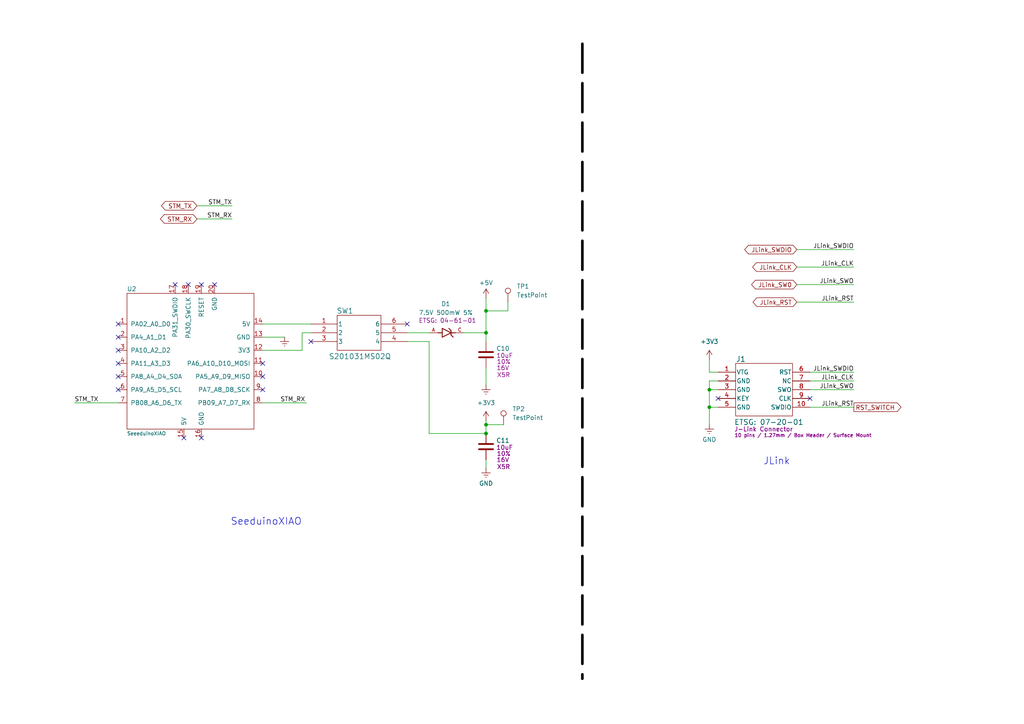
<source format=kicad_sch>
(kicad_sch (version 20250114) (generator "eeschema") (generator_version "9.0")
  (paper "A4")
  (lib_symbols
    (symbol "Connector:TestPoint" (pin_numbers (hide yes)) (pin_names (offset 0.762) (hide yes))
      (property "Reference" "TP" (at 0 6.858 0))
      (property "Value" "TestPoint" (at 0 5.08 0))
      (symbol "TestPoint_0_1"
        (circle (center 0 3.302) (radius 0.762))
      )
      (symbol "TestPoint_1_1"
        (pin passive line (at 0 0 90) (length 2.54) (name "1") (number "1"))
      )
    )
    (symbol "Device:C" (pin_numbers (hide yes)) (pin_names (offset 0.254))
      (property "Reference" "C" (at 0.635 2.54 0))
      (property "Value" "C" (at 0.635 -2.54 0))
      (symbol "C_0_1"
        (polyline (pts (xy -2.032 0.762) (xy 2.032 0.762)) (stroke (width 0.508)))
        (polyline (pts (xy -2.032 -0.762) (xy 2.032 -0.762)) (stroke (width 0.508)))
      )
      (symbol "C_1_1"
        (pin passive line (at 0 3.81 270) (length 2.794) (name "~") (number "1"))
        (pin passive line (at 0 -3.81 90) (length 2.794) (name "~") (number "2"))
      )
    )
    (symbol "Earr_loggy_sym_lib:3220-10-0100-00" (pin_names (offset 0.254))
      (property "Reference" "J6" (at 16.764 -1.27 0))
      (property "Value" "ETSG: 07-20-01" (at 24.892 -19.558 0))
      (symbol "3220-10-0100-00_1_1"
        (rectangle (start 15.24 -2.54) (end 31.75 -17.78))
        (pin unspecified line (at 10.16 -5.08 0) (length 5.08) (name "VTG") (number "1"))
        (pin unspecified line (at 10.16 -7.62 0) (length 5.08) (name "GND") (number "2"))
        (pin unspecified line (at 10.16 -10.16 0) (length 5.08) (name "GND") (number "3"))
        (pin unspecified line (at 10.16 -12.7 0) (length 5.08) (name "KEY") (number "4"))
        (pin unspecified line (at 10.16 -15.24 0) (length 5.08) (name "GND") (number "5"))
        (pin unspecified line (at 36.83 -5.08 180) (length 5.08) (name "RST") (number "6"))
        (pin unspecified line (at 36.83 -7.62 180) (length 5.08) (name "NC") (number "7"))
        (pin unspecified line (at 36.83 -10.16 180) (length 5.08) (name "SWO") (number "8"))
        (pin unspecified line (at 36.83 -12.7 180) (length 5.08) (name "CLK") (number "9"))
        (pin unspecified line (at 36.83 -15.24 180) (length 5.08) (name "SWDIO") (number "10"))
      )
      (symbol "3220-10-0100-00_1_2"
        (polyline (pts (xy 5.08 2.54) (xy 5.08 -25.4)) (stroke (width 0.127)))
        (polyline (pts (xy 5.08 -25.4) (xy 12.7 -25.4)) (stroke (width 0.127)))
        (polyline (pts (xy 7.62 0) (xy 5.08 0)) (stroke (width 0.127)))
        (polyline (pts (xy 7.62 0) (xy 8.89 0.8467)) (stroke (width 0.127)))
        (polyline (pts (xy 7.62 0) (xy 8.89 -0.8467)) (stroke (width 0.127)))
        (polyline (pts (xy 7.62 -2.54) (xy 5.08 -2.54)) (stroke (width 0.127)))
        (polyline (pts (xy 7.62 -2.54) (xy 8.89 -1.6933)) (stroke (width 0.127)))
        (polyline (pts (xy 7.62 -2.54) (xy 8.89 -3.3867)) (stroke (width 0.127)))
        (polyline (pts (xy 7.62 -5.08) (xy 5.08 -5.08)) (stroke (width 0.127)))
        (polyline (pts (xy 7.62 -5.08) (xy 8.89 -4.2333)) (stroke (width 0.127)))
        (polyline (pts (xy 7.62 -5.08) (xy 8.89 -5.9267)) (stroke (width 0.127)))
        (polyline (pts (xy 7.62 -7.62) (xy 5.08 -7.62)) (stroke (width 0.127)))
        (polyline (pts (xy 7.62 -7.62) (xy 8.89 -6.7733)) (stroke (width 0.127)))
        (polyline (pts (xy 7.62 -7.62) (xy 8.89 -8.4667)) (stroke (width 0.127)))
        (polyline (pts (xy 7.62 -10.16) (xy 5.08 -10.16)) (stroke (width 0.127)))
        (polyline (pts (xy 7.62 -10.16) (xy 8.89 -9.3133)) (stroke (width 0.127)))
        (polyline (pts (xy 7.62 -10.16) (xy 8.89 -11.0067)) (stroke (width 0.127)))
        (polyline (pts (xy 7.62 -12.7) (xy 5.08 -12.7)) (stroke (width 0.127)))
        (polyline (pts (xy 7.62 -12.7) (xy 8.89 -11.8533)) (stroke (width 0.127)))
        (polyline (pts (xy 7.62 -12.7) (xy 8.89 -13.5467)) (stroke (width 0.127)))
        (polyline (pts (xy 7.62 -15.24) (xy 5.08 -15.24)) (stroke (width 0.127)))
        (polyline (pts (xy 7.62 -15.24) (xy 8.89 -14.3933)) (stroke (width 0.127)))
        (polyline (pts (xy 7.62 -15.24) (xy 8.89 -16.0867)) (stroke (width 0.127)))
        (polyline (pts (xy 7.62 -17.78) (xy 5.08 -17.78)) (stroke (width 0.127)))
        (polyline (pts (xy 7.62 -17.78) (xy 8.89 -16.9333)) (stroke (width 0.127)))
        (polyline (pts (xy 7.62 -17.78) (xy 8.89 -18.6267)) (stroke (width 0.127)))
        (polyline (pts (xy 7.62 -20.32) (xy 5.08 -20.32)) (stroke (width 0.127)))
        (polyline (pts (xy 7.62 -20.32) (xy 8.89 -19.4733)) (stroke (width 0.127)))
        (polyline (pts (xy 7.62 -20.32) (xy 8.89 -21.1667)) (stroke (width 0.127)))
        (polyline (pts (xy 7.62 -22.86) (xy 5.08 -22.86)) (stroke (width 0.127)))
        (polyline (pts (xy 7.62 -22.86) (xy 8.89 -22.0133)) (stroke (width 0.127)))
        (polyline (pts (xy 7.62 -22.86) (xy 8.89 -23.7067)) (stroke (width 0.127)))
        (polyline (pts (xy 12.7 2.54) (xy 5.08 2.54)) (stroke (width 0.127)))
        (polyline (pts (xy 12.7 -25.4) (xy 12.7 2.54)) (stroke (width 0.127)))
        (pin unspecified line (at 0 0 0) (length 5.08) (name "1") (number "1"))
        (pin unspecified line (at 0 -2.54 0) (length 5.08) (name "2") (number "2"))
        (pin unspecified line (at 0 -5.08 0) (length 5.08) (name "3") (number "3"))
        (pin unspecified line (at 0 -7.62 0) (length 5.08) (name "4") (number "4"))
        (pin unspecified line (at 0 -10.16 0) (length 5.08) (name "5") (number "5"))
        (pin unspecified line (at 0 -12.7 0) (length 5.08) (name "6") (number "6"))
        (pin unspecified line (at 0 -15.24 0) (length 5.08) (name "7") (number "7"))
        (pin unspecified line (at 0 -17.78 0) (length 5.08) (name "8") (number "8"))
        (pin unspecified line (at 0 -20.32 0) (length 5.08) (name "9") (number "9"))
        (pin unspecified line (at 0 -22.86 0) (length 5.08) (name "10") (number "10"))
      )
    )
    (symbol "Earr_loggy_sym_lib:BZX79C7V5" (pin_names (offset 1.016))
      (property "Reference" "D" (at -5.08 2.54 0))
      (property "Value" "BZX79C7V5" (at -5.08 -3.81 0))
      (symbol "BZX79C7V5_0_0"
        (polyline (pts (xy -2.54 0) (xy -1.27 0)) (stroke (width 0.254)))
        (polyline (pts (xy -1.27 1.27) (xy -1.27 0)) (stroke (width 0.254)))
        (polyline (pts (xy -1.27 0) (xy -1.27 -1.27)) (stroke (width 0.254)))
        (polyline (pts (xy -1.27 -1.27) (xy 1.27 0)) (stroke (width 0.254)))
        (polyline (pts (xy 0.635 1.27) (xy 1.27 0.635)) (stroke (width 0.254)))
        (polyline (pts (xy 1.27 0.635) (xy 1.27 0)) (stroke (width 0.254)))
        (polyline (pts (xy 1.27 0) (xy -1.27 1.27)) (stroke (width 0.254)))
        (polyline (pts (xy 1.27 0) (xy 1.27 -0.635)) (stroke (width 0.254)))
        (polyline (pts (xy 1.27 -0.635) (xy 1.905 -1.27)) (stroke (width 0.254)))
        (polyline (pts (xy 2.54 0) (xy 1.27 0)) (stroke (width 0.254)))
        (pin passive line (at -5.08 0 0) (length 2.54) (name "~") (number "A"))
        (pin passive line (at 5.08 0 180) (length 2.54) (name "~") (number "C"))
      )
    )
    (symbol "Earr_loggy_sym_lib:S201031MS02Q" (pin_names (offset 0.254))
      (property "Reference" "SW3" (at 13.716 6.858 0))
      (property "Value" "S201031MS02Q" (at 13.716 4.318 0))
      (symbol "S201031MS02Q_0_1"
        (pin unspecified line (at 0 0 0) (length 7.62) (name "1") (number "1"))
        (pin unspecified line (at 0 -2.54 0) (length 7.62) (name "2") (number "2"))
        (pin unspecified line (at 0 -5.08 0) (length 7.62) (name "3") (number "3"))
        (pin unspecified line (at 27.94 0 180) (length 7.62) (name "6") (number "6"))
        (pin unspecified line (at 27.94 -2.54 180) (length 7.62) (name "5") (number "5"))
        (pin unspecified line (at 27.94 -5.08 180) (length 7.62) (name "4") (number "4"))
      )
      (symbol "S201031MS02Q_1_1"
        (rectangle (start 7.62 2.54) (end 20.32 -7.62))
      )
    )
    (symbol "Seeeduino XIAO:SeeeduinoXIAO" (pin_names (offset 1.016))
      (property "Reference" "U1" (at -18.542 21.844 0))
      (property "Value" "SeeeduinoXIAO" (at -18.796 -20.828 0))
      (symbol "SeeeduinoXIAO_0_1"
        (rectangle (start -19.05 20.32) (end 17.78 -19.05))
      )
      (symbol "SeeeduinoXIAO_1_1"
        (pin unspecified line (at -21.59 11.43 0) (length 2.54) (name "PA02_A0_D0") (number "1"))
        (pin unspecified line (at -21.59 7.62 0) (length 2.54) (name "PA4_A1_D1") (number "2"))
        (pin unspecified line (at -21.59 3.81 0) (length 2.54) (name "PA10_A2_D2") (number "3"))
        (pin unspecified line (at -21.59 0 0) (length 2.54) (name "PA11_A3_D3") (number "4"))
        (pin unspecified line (at -21.59 -3.81 0) (length 2.54) (name "PA8_A4_D4_SDA") (number "5"))
        (pin unspecified line (at -21.59 -7.62 0) (length 2.54) (name "PA9_A5_D5_SCL") (number "6"))
        (pin unspecified line (at -21.59 -11.43 0) (length 2.54) (name "PB08_A6_D6_TX") (number "7"))
        (pin input line (at -5.08 22.86 270) (length 2.54) (name "PA31_SWDIO") (number "17"))
        (pin input line (at -2.54 -21.59 90) (length 2.54) (name "5V") (number "15"))
        (pin input line (at -1.27 22.86 270) (length 2.54) (name "PA30_SWCLK") (number "18"))
        (pin input line (at 2.54 22.86 270) (length 2.54) (name "RESET") (number "19"))
        (pin input line (at 2.54 -21.59 90) (length 2.54) (name "GND") (number "16"))
        (pin input line (at 6.35 22.86 270) (length 2.54) (name "GND") (number "20"))
        (pin unspecified line (at 20.32 11.43 180) (length 2.54) (name "5V") (number "14"))
        (pin unspecified line (at 20.32 7.62 180) (length 2.54) (name "GND") (number "13"))
        (pin unspecified line (at 20.32 3.81 180) (length 2.54) (name "3V3") (number "12"))
        (pin unspecified line (at 20.32 0 180) (length 2.54) (name "PA6_A10_D10_MOSI") (number "11"))
        (pin unspecified line (at 20.32 -3.81 180) (length 2.54) (name "PA5_A9_D9_MISO") (number "10"))
        (pin unspecified line (at 20.32 -7.62 180) (length 2.54) (name "PA7_A8_D8_SCK") (number "9"))
        (pin unspecified line (at 20.32 -11.43 180) (length 2.54) (name "PB09_A7_D7_RX") (number "8"))
      )
    )
    (symbol "power:+3.3V" (power) (pin_numbers (hide yes)) (pin_names (offset 0) (hide yes))
      (property "Value" "+3.3V" (at 0 3.556 0))
      (symbol "+3.3V_0_1"
        (polyline (pts (xy -0.762 1.27) (xy 0 2.54)))
        (polyline (pts (xy 0 2.54) (xy 0.762 1.27)))
        (polyline (pts (xy 0 0) (xy 0 2.54)))
      )
      (symbol "+3.3V_1_1"
        (pin power_in line (at 0 0 90) (length 0) (name "~") (number "1"))
      )
    )
    (symbol "power:+3V3" (power) (pin_numbers (hide yes)) (pin_names (offset 0) (hide yes))
      (property "Value" "+3V3" (at 0 3.556 0))
      (symbol "+3V3_0_1"
        (polyline (pts (xy -0.762 1.27) (xy 0 2.54)))
        (polyline (pts (xy 0 2.54) (xy 0.762 1.27)))
        (polyline (pts (xy 0 0) (xy 0 2.54)))
      )
      (symbol "+3V3_1_1"
        (pin power_in line (at 0 0 90) (length 0) (name "~") (number "1"))
      )
    )
    (symbol "power:+5V" (power) (pin_numbers (hide yes)) (pin_names (offset 0) (hide yes))
      (property "Value" "+5V" (at 0 3.556 0))
      (symbol "+5V_0_1"
        (polyline (pts (xy -0.762 1.27) (xy 0 2.54)))
        (polyline (pts (xy 0 2.54) (xy 0.762 1.27)))
        (polyline (pts (xy 0 0) (xy 0 2.54)))
      )
      (symbol "+5V_1_1"
        (pin power_in line (at 0 0 90) (length 0) (name "~") (number "1"))
      )
    )
    (symbol "power:Earth" (power) (pin_numbers (hide yes)) (pin_names (offset 0) (hide yes))
      (property "Value" "Earth" (at 0 -3.81 0))
      (symbol "Earth_0_1"
        (polyline (pts (xy -0.635 -1.905) (xy 0.635 -1.905)))
        (polyline (pts (xy -0.127 -2.54) (xy 0.127 -2.54)))
        (polyline (pts (xy 0 -1.27) (xy 0 0)))
        (polyline (pts (xy 1.27 -1.27) (xy -1.27 -1.27)))
      )
      (symbol "Earth_1_1"
        (pin power_in line (at 0 0 270) (length 0) (name "~") (number "1"))
      )
    )
  )
  (text "JLink \n" (at 226.06 133.858 0) (effects (font (size 2.032 2.032))))
  (text "SeeduinoXIAO" (at 77.216 151.384 0) (effects (font (size 2.032 2.032))))
  (junction (at 205.74 118.11))
  (junction (at 140.97 90.17))
  (junction (at 205.74 113.03))
  (junction (at 140.97 125.73))
  (junction (at 140.97 123.19))
  (junction (at 140.97 96.52))
  (no_connect (at 34.29 113.03))
  (no_connect (at 90.17 99.06))
  (no_connect (at 53.34 127))
  (no_connect (at 58.42 82.55))
  (no_connect (at 234.95 115.57))
  (no_connect (at 62.23 82.55))
  (no_connect (at 58.42 127))
  (no_connect (at 34.29 101.6))
  (no_connect (at 118.11 93.98))
  (no_connect (at 34.29 105.41))
  (no_connect (at 76.2 105.41))
  (no_connect (at 34.29 109.22))
  (no_connect (at 76.2 113.03))
  (no_connect (at 34.29 97.79))
  (no_connect (at 50.8 82.55))
  (no_connect (at 76.2 109.22))
  (no_connect (at 208.28 115.57))
  (no_connect (at 54.61 82.55))
  (no_connect (at 34.29 93.98))
  (wire (pts (xy 76.2 97.79) (xy 82.55 97.79)))
  (wire (pts (xy 147.32 87.63) (xy 147.32 90.17)))
  (polyline (pts (xy 168.91 12.7) (xy 168.91 196.85)) (stroke (width 0.762) (type dash) (color 0 0 0 1)))
  (wire (pts (xy 147.32 90.17) (xy 140.97 90.17)))
  (wire (pts (xy 140.97 123.19) (xy 146.05 123.19)))
  (wire (pts (xy 208.28 113.03) (xy 205.74 113.03)))
  (wire (pts (xy 57.15 63.5) (xy 67.31 63.5)))
  (wire (pts (xy 231.14 77.47) (xy 247.65 77.47)))
  (wire (pts (xy 205.74 110.49) (xy 205.74 113.03)))
  (wire (pts (xy 140.97 86.36) (xy 140.97 90.17)))
  (wire (pts (xy 134.62 96.52) (xy 140.97 96.52)))
  (wire (pts (xy 205.74 107.95) (xy 205.74 104.14)))
  (wire (pts (xy 234.95 107.95) (xy 247.65 107.95)))
  (wire (pts (xy 140.97 123.19) (xy 140.97 125.73)))
  (wire (pts (xy 208.28 107.95) (xy 205.74 107.95)))
  (wire (pts (xy 205.74 113.03) (xy 205.74 118.11)))
  (wire (pts (xy 87.63 101.6) (xy 87.63 96.52)))
  (wire (pts (xy 231.14 72.39) (xy 247.65 72.39)))
  (wire (pts (xy 231.14 82.55) (xy 247.65 82.55)))
  (wire (pts (xy 76.2 116.84) (xy 88.9 116.84)))
  (wire (pts (xy 140.97 96.52) (xy 140.97 99.06)))
  (wire (pts (xy 208.28 110.49) (xy 205.74 110.49)))
  (wire (pts (xy 76.2 93.98) (xy 90.17 93.98)))
  (wire (pts (xy 234.95 118.11) (xy 247.65 118.11)))
  (wire (pts (xy 234.95 113.03) (xy 247.65 113.03)))
  (wire (pts (xy 234.95 110.49) (xy 247.65 110.49)))
  (wire (pts (xy 140.97 90.17) (xy 140.97 96.52)))
  (wire (pts (xy 124.46 125.73) (xy 140.97 125.73)))
  (wire (pts (xy 140.97 106.68) (xy 140.97 111.76)))
  (wire (pts (xy 57.15 59.69) (xy 67.31 59.69)))
  (wire (pts (xy 76.2 101.6) (xy 87.63 101.6)))
  (wire (pts (xy 140.97 121.92) (xy 140.97 123.19)))
  (wire (pts (xy 140.97 133.35) (xy 140.97 135.89)))
  (wire (pts (xy 205.74 118.11) (xy 205.74 123.19)))
  (wire (pts (xy 118.11 99.06) (xy 124.46 99.06)))
  (wire (pts (xy 87.63 96.52) (xy 90.17 96.52)))
  (wire (pts (xy 124.46 99.06) (xy 124.46 125.73)))
  (wire (pts (xy 231.14 87.63) (xy 247.65 87.63)))
  (wire (pts (xy 208.28 118.11) (xy 205.74 118.11)))
  (wire (pts (xy 118.11 96.52) (xy 124.46 96.52)))
  (wire (pts (xy 21.59 116.84) (xy 34.29 116.84)))
  (label "JLink_SWDIO" (at 247.65 107.95 180))
  (label "JLink_RST" (at 247.65 118.11 180))
  (label "STM_RX" (at 67.31 63.5 180))
  (label "JLink_CLK" (at 247.65 77.47 180))
  (label "STM_TX" (at 67.31 59.69 180))
  (label "JLink_SWO" (at 247.65 113.03 180))
  (label "STM_TX" (at 21.59 116.84 0))
  (label "JLink_SWO" (at 247.65 82.55 180))
  (label "JLink_SWDIO" (at 247.65 72.39 180))
  (label "JLink_CLK" (at 247.65 110.49 180))
  (label "STM_RX" (at 81.28 116.84 0))
  (label "JLink_RST" (at 247.65 87.63 180))
  (global_label "JLink_SW0" (shape bidirectional) (at 231.14 82.55 180) (property "Intersheetrefs" "${INTERSHEET_REFS}" (effects (hide yes))))
  (global_label "STM_TX" (shape bidirectional) (at 57.15 59.69 180) (property "Intersheetrefs" "${INTERSHEET_REFS}" (effects (hide yes))))
  (global_label "STM_RX" (shape bidirectional) (at 57.15 63.5 180) (property "Intersheetrefs" "${INTERSHEET_REFS}" (effects (hide yes))))
  (global_label "RST_SWITCH" (shape output) (at 247.65 118.11 0) (property "Intersheetrefs" "${INTERSHEET_REFS}" (effects (hide yes))))
  (global_label "JLink_CLK" (shape bidirectional) (at 231.14 77.47 180) (property "Intersheetrefs" "${INTERSHEET_REFS}" (effects (hide yes))))
  (global_label "JLink_SWDIO" (shape bidirectional) (at 231.14 72.39 180) (property "Intersheetrefs" "${INTERSHEET_REFS}" (effects (hide yes))))
  (global_label "JLink_RST" (shape bidirectional) (at 231.14 87.63 180) (property "Intersheetrefs" "${INTERSHEET_REFS}" (effects (hide yes))))
  (symbol (lib_id "power:Earth") (at 82.55 97.79 0) (unit 1)
    (property "Reference" "#PWR023" (effects (hide yes)))
    (property "Value" "GND" (effects (hide yes)))
    (property "Description" "Power symbol creates a global label with name \"Earth\"" (effects (hide yes)))
  )
  (symbol (lib_id "Earr_loggy_sym_lib:S201031MS02Q") (at 90.17 93.98 0) (unit 1)
    (property "Reference" "SW1" (at 100.076 90.17 0) (effects (font (size 1.524 1.524))))
    (property "Value" "S201031MS02Q" (at 104.394 103.378 0) (effects (font (size 1.524 1.524))))
    (property "Footprint" "kicad_footprint-library-engg3800-alvin:SW6_S201031MS02Q_CNK" (effects (hide yes)))
    (property "Datasheet" "S201031MS02Q" (effects (hide yes)))
  )
  (symbol (lib_id "power:Earth") (at 140.97 135.89 0) (unit 1)
    (property "Reference" "#PWR026" (effects (hide yes)))
    (property "Value" "GND" (at 140.97 140.208 0))
    (property "Description" "Power symbol creates a global label with name \"Earth\"" (effects (hide yes)))
  )
  (symbol (lib_id "Connector:TestPoint") (at 146.05 123.19 0) (unit 1)
    (property "Reference" "TP2" (at 148.59 118.6179 0) (effects (justify left)))
    (property "Value" "TestPoint" (at 148.59 121.1579 0) (effects (justify left)))
    (property "Footprint" "TestPoint:TestPoint_Loop_D2.54mm_Drill1.5mm_Beaded" (effects (hide yes)))
    (property "Description" "test point" (effects (hide yes)))
  )
  (symbol (lib_id "Connector:TestPoint") (at 147.32 87.63 0) (unit 1)
    (property "Reference" "TP1" (at 149.86 83.0579 0) (effects (justify left)))
    (property "Value" "TestPoint" (at 149.86 85.5979 0) (effects (justify left)))
    (property "Footprint" "TestPoint:TestPoint_Loop_D2.54mm_Drill1.5mm_Beaded" (effects (hide yes)))
    (property "Description" "test point" (effects (hide yes)))
  )
  (symbol (lib_id "Device:C") (at 140.97 102.87 0) (unit 1)
    (property "Reference" "C10" (at 147.828 101.092 0) (effects (justify right)))
    (property "Value" "10u" (effects (hide yes)))
    (property "Footprint" "Capacitor_SMD:C_0805_2012Metric_Pad1.18x1.45mm_HandSolder" (effects (hide yes)))
    (property "Description" "Unpolarized capacitor" (effects (hide yes)))
    (property "Field5" "10uF  " (at 147.32 103.124 0))
    (property "Field6" "10%  " (at 147.066 104.902 0))
    (property "Field7" "16V  " (at 146.812 106.68 0))
    (property "Field8" "X5R" (at 146.05 108.712 0))
  )
  (symbol (lib_id "Earr_loggy_sym_lib:BZX79C7V5") (at 129.54 96.52 0) (unit 1)
    (property "Reference" "D1" (at 129.286 88.138 0))
    (property "Value" "7.5V 500mW 5%" (at 129.286 90.678 0))
    (property "Footprint" "kicad_footprint-library-engg3800-alvin:DIOAD928W47L399D179" (effects (hide yes)))
    (property "Description" "ETSG: 04-61-01" (at 129.794 92.964 0))
    (property "PARTREV" "G1804" (effects (hide yes)))
    (property "MANUFACTURER" "Taiwan Semiconductor" (effects (hide yes)))
    (property "MAXIMUM_PACKAGE_HEIGHT" "2.28 mm" (effects (hide yes)))
    (property "STANDARD" "IPC-7351B" (effects (hide yes)))
  )
  (symbol (lib_id "power:Earth") (at 205.74 123.19 0) (unit 1)
    (property "Reference" "#PWR015" (effects (hide yes)))
    (property "Value" "GND" (at 205.74 127.508 0))
    (property "Description" "Power symbol creates a global label with name \"Earth\"" (effects (hide yes)))
  )
  (symbol (lib_id "Earr_loggy_sym_lib:3220-10-0100-00") (at 198.12 102.87 0) (unit 1)
    (property "Reference" "J1" (at 214.884 104.14 0) (effects (font (size 1.524 1.524))))
    (property "Value" "ETSG: 07-20-01" (at 223.012 122.428 0) (effects (font (size 1.524 1.524))))
    (property "Footprint" "kicad_footprint-library-engg3800-alvin:CONN_3220-10-0100-00_CNC" (effects (hide yes)))
    (property "Datasheet" "3220-10-0100-00" (effects (hide yes)))
    (property "Description" "J-Link Connector" (at 221.488 124.46 0))
    (property "Field5" "10 pins / 1.27mm / Box Header / Surface Mount" (at 232.918 126.238 0) (effects (font (size 1.016 1.016))))
  )
  (symbol (lib_id "power:+3V3") (at 140.97 121.92 0) (unit 1)
    (property "Reference" "#PWR010" (effects (hide yes)))
    (property "Value" "+3V3" (at 140.97 116.84 0))
    (property "Description" "Power symbol creates a global label with name \"+3V3\"" (effects (hide yes)))
  )
  (symbol (lib_id "Device:C") (at 140.97 129.54 0) (unit 1)
    (property "Reference" "C11" (at 147.828 127.762 0) (effects (justify right)))
    (property "Value" "10u" (effects (hide yes)))
    (property "Footprint" "Capacitor_SMD:C_0805_2012Metric_Pad1.18x1.45mm_HandSolder" (effects (hide yes)))
    (property "Description" "Unpolarized capacitor" (effects (hide yes)))
    (property "Field5" "10uF  " (at 147.32 129.794 0))
    (property "Field6" "10%  " (at 147.066 131.572 0))
    (property "Field7" "16V  " (at 146.812 133.35 0))
    (property "Field8" "X5R" (at 146.05 135.382 0))
  )
  (symbol (lib_id "power:+3.3V") (at 205.74 104.14 0) (unit 1)
    (property "Reference" "#PWR05" (effects (hide yes)))
    (property "Value" "+3V3" (at 205.74 99.06 0))
    (property "Description" "Power symbol creates a global label with name \"+3.3V\"" (effects (hide yes)))
  )
  (symbol (lib_id "power:Earth") (at 140.97 111.76 0) (unit 1)
    (property "Reference" "#PWR014" (effects (hide yes)))
    (property "Value" "GND" (effects (hide yes)))
    (property "Description" "Power symbol creates a global label with name \"Earth\"" (effects (hide yes)))
  )
  (symbol (lib_id "Seeeduino XIAO:SeeeduinoXIAO") (at 55.88 105.41 0) (unit 1)
    (property "Reference" "U2" (at 36.83 83.82 0) (effects (justify left)))
    (property "Value" "SeeeduinoXIAO" (at 36.83 125.73 0) (effects (font (size 1.016 1.016)) (justify left)))
    (property "Footprint" "kicad_footprint-library-engg3800-alvin:Seeeduino XIAO-MOUDLE14P-2.54-21X17.8MM" (effects (hide yes)))
  )
  (symbol (lib_id "power:+5V") (at 140.97 86.36 0) (unit 1)
    (property "Reference" "#PWR01" (effects (hide yes)))
    (property "Value" "+5V" (at 140.97 82.042 0))
    (property "Description" "Power symbol creates a global label with name \"+5V\"" (effects (hide yes)))
  )
)
</source>
